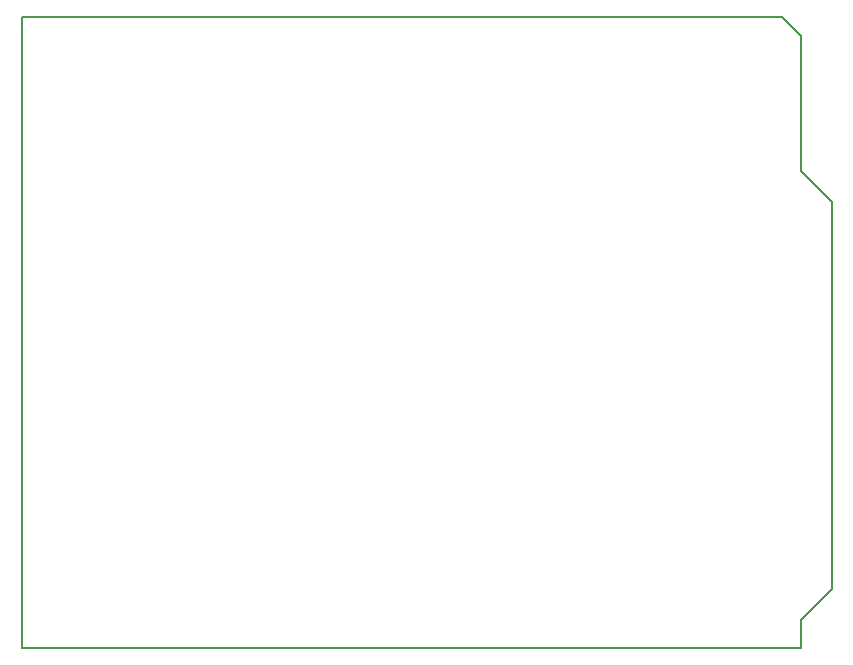
<source format=gbr>
%TF.GenerationSoftware,KiCad,Pcbnew,9.0.6*%
%TF.CreationDate,2026-01-05T12:24:48+01:00*%
%TF.ProjectId,arduino_uno_custom,61726475-696e-46f5-9f75-6e6f5f637573,rev?*%
%TF.SameCoordinates,Original*%
%TF.FileFunction,Profile,NP*%
%FSLAX46Y46*%
G04 Gerber Fmt 4.6, Leading zero omitted, Abs format (unit mm)*
G04 Created by KiCad (PCBNEW 9.0.6) date 2026-01-05 12:24:48*
%MOMM*%
%LPD*%
G01*
G04 APERTURE LIST*
%TA.AperFunction,Profile*%
%ADD10C,0.200000*%
%TD*%
G04 APERTURE END LIST*
D10*
X183113925Y-72600000D02*
X183113925Y-84000000D01*
X185713925Y-86600000D01*
X185713925Y-119400000D01*
X183113925Y-122000000D01*
X183113925Y-124400000D01*
X117113925Y-124400000D01*
X117113925Y-71000000D01*
X181513925Y-71000000D01*
X183113925Y-72600000D01*
M02*

</source>
